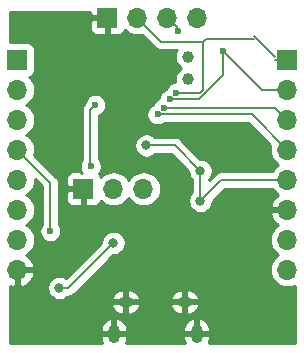
<source format=gbr>
%TF.GenerationSoftware,KiCad,Pcbnew,5.1.2*%
%TF.CreationDate,2019-09-03T08:08:03+08:00*%
%TF.ProjectId,stm32l011d4p6,73746d33-326c-4303-9131-643470362e6b,rev?*%
%TF.SameCoordinates,Original*%
%TF.FileFunction,Copper,L2,Bot*%
%TF.FilePolarity,Positive*%
%FSLAX46Y46*%
G04 Gerber Fmt 4.6, Leading zero omitted, Abs format (unit mm)*
G04 Created by KiCad (PCBNEW 5.1.2) date 2019-09-03 08:08:03*
%MOMM*%
%LPD*%
G04 APERTURE LIST*
%ADD10C,1.000000*%
%ADD11O,1.700000X1.700000*%
%ADD12R,1.700000X1.700000*%
%ADD13O,1.000000X1.550000*%
%ADD14O,1.250000X0.950000*%
%ADD15C,0.800000*%
%ADD16C,0.600000*%
%ADD17C,0.200000*%
%ADD18C,0.160000*%
%ADD19C,0.254000*%
%ADD20C,0.350000*%
%ADD21C,0.300000*%
%ADD22O,0.500000X1.150000*%
%ADD23O,0.850000X0.550000*%
G04 APERTURE END LIST*
D10*
X157988000Y-67686000D03*
X157988000Y-65786000D03*
D11*
X166370000Y-83820000D03*
X166370000Y-81280000D03*
X166370000Y-78740000D03*
X166370000Y-76200000D03*
X166370000Y-73660000D03*
X166370000Y-71120000D03*
X166370000Y-68580000D03*
D12*
X166370000Y-66040000D03*
D11*
X158750000Y-62484000D03*
X156210000Y-62484000D03*
X153670000Y-62484000D03*
D12*
X151130000Y-62484000D03*
D11*
X143510000Y-83820000D03*
X143510000Y-81280000D03*
X143510000Y-78740000D03*
X143510000Y-76200000D03*
X143510000Y-73660000D03*
X143510000Y-71120000D03*
X143510000Y-68580000D03*
D12*
X143510000Y-66040000D03*
D11*
X154178000Y-76962000D03*
X151638000Y-76962000D03*
D12*
X149098000Y-76962000D03*
D13*
X158694000Y-89234000D03*
X151694000Y-89234000D03*
D14*
X157694000Y-86534000D03*
X152694000Y-86534000D03*
D15*
X151637998Y-81534000D03*
X159004000Y-75438000D03*
X159004000Y-77978000D03*
X154432000Y-73279000D03*
X147066000Y-85344000D03*
X162814000Y-84836000D03*
D16*
X146304000Y-80540000D03*
X149733000Y-75057000D03*
X150114000Y-69850000D03*
X160964000Y-65300000D03*
X156441669Y-69364331D03*
X157098998Y-63627000D03*
X156972000Y-68834000D03*
X155381800Y-70658492D03*
X155911669Y-70104000D03*
D17*
X159004000Y-75438000D02*
X159004000Y-77978000D01*
X159004000Y-75438000D02*
X156845000Y-73279000D01*
X156845000Y-73279000D02*
X154997685Y-73279000D01*
X154997685Y-73279000D02*
X154432000Y-73279000D01*
X160782000Y-76200000D02*
X166370000Y-76200000D01*
X159004000Y-77978000D02*
X160782000Y-76200000D01*
X147827998Y-85344000D02*
X147631685Y-85344000D01*
X151637998Y-81534000D02*
X147827998Y-85344000D01*
X147631685Y-85344000D02*
X147066000Y-85344000D01*
D18*
X146304000Y-76454000D02*
X143510000Y-73660000D01*
X146304000Y-80540000D02*
X146304000Y-76454000D01*
X149814001Y-70149999D02*
X150114000Y-69850000D01*
X149689342Y-70274658D02*
X149814001Y-70149999D01*
X149689342Y-75013342D02*
X149689342Y-70274658D01*
X164244000Y-68580000D02*
X166370000Y-68580000D01*
X160964000Y-65300000D02*
X164244000Y-68580000D01*
X160964000Y-67312420D02*
X160964000Y-65724264D01*
X160964000Y-65724264D02*
X160964000Y-65300000D01*
X158912089Y-69364331D02*
X160964000Y-67312420D01*
X156441669Y-69364331D02*
X158912089Y-69364331D01*
X156210000Y-62484000D02*
X157098998Y-63372998D01*
X157098998Y-63372998D02*
X157098998Y-63627000D01*
X159258000Y-68580000D02*
X159258000Y-64516000D01*
X156972000Y-68834000D02*
X159004000Y-68834000D01*
X159004000Y-68834000D02*
X159258000Y-68580000D01*
X165360000Y-66040000D02*
X166370000Y-66040000D01*
X163582000Y-64008000D02*
X165360000Y-65786000D01*
X159258000Y-64516000D02*
X159512000Y-64262000D01*
X159512000Y-64262000D02*
X163582000Y-64262000D01*
X155702000Y-64516000D02*
X159258000Y-64516000D01*
X153670000Y-62484000D02*
X155702000Y-64516000D01*
X163368492Y-70658492D02*
X166370000Y-73660000D01*
X155381800Y-70658492D02*
X163368492Y-70658492D01*
X165354000Y-70104000D02*
X166370000Y-71120000D01*
X155911669Y-70104000D02*
X165354000Y-70104000D01*
D19*
G36*
X149645000Y-62198250D02*
G01*
X149803750Y-62357000D01*
X151003000Y-62357000D01*
X151003000Y-62337000D01*
X151257000Y-62337000D01*
X151257000Y-62357000D01*
X151277000Y-62357000D01*
X151277000Y-62611000D01*
X151257000Y-62611000D01*
X151257000Y-63810250D01*
X151415750Y-63969000D01*
X151980000Y-63972072D01*
X152104482Y-63959812D01*
X152224180Y-63923502D01*
X152334494Y-63864537D01*
X152431185Y-63785185D01*
X152510537Y-63688494D01*
X152569502Y-63578180D01*
X152590393Y-63509313D01*
X152614866Y-63539134D01*
X152840986Y-63724706D01*
X153098966Y-63862599D01*
X153378889Y-63947513D01*
X153597050Y-63969000D01*
X153742950Y-63969000D01*
X153961111Y-63947513D01*
X154084824Y-63909985D01*
X155171584Y-64996746D01*
X155193973Y-65024027D01*
X155302846Y-65113377D01*
X155427058Y-65179770D01*
X155561836Y-65220654D01*
X155666880Y-65231000D01*
X155666890Y-65231000D01*
X155702000Y-65234458D01*
X155737110Y-65231000D01*
X156993786Y-65231000D01*
X156982176Y-65248376D01*
X156896617Y-65454933D01*
X156853000Y-65674212D01*
X156853000Y-65897788D01*
X156896617Y-66117067D01*
X156982176Y-66323624D01*
X157106388Y-66509520D01*
X157264480Y-66667612D01*
X157366830Y-66736000D01*
X157264480Y-66804388D01*
X157106388Y-66962480D01*
X156982176Y-67148376D01*
X156896617Y-67354933D01*
X156853000Y-67574212D01*
X156853000Y-67797788D01*
X156873390Y-67900297D01*
X156699271Y-67934932D01*
X156529111Y-68005414D01*
X156375972Y-68107738D01*
X156245738Y-68237972D01*
X156143414Y-68391111D01*
X156101052Y-68493383D01*
X155998780Y-68535745D01*
X155845641Y-68638069D01*
X155715407Y-68768303D01*
X155613083Y-68921442D01*
X155542601Y-69091602D01*
X155509383Y-69258596D01*
X155468780Y-69275414D01*
X155315641Y-69377738D01*
X155185407Y-69507972D01*
X155083083Y-69661111D01*
X155028545Y-69792779D01*
X154938911Y-69829906D01*
X154785772Y-69932230D01*
X154655538Y-70062464D01*
X154553214Y-70215603D01*
X154482732Y-70385763D01*
X154446800Y-70566403D01*
X154446800Y-70750581D01*
X154482732Y-70931221D01*
X154553214Y-71101381D01*
X154655538Y-71254520D01*
X154785772Y-71384754D01*
X154938911Y-71487078D01*
X155109071Y-71557560D01*
X155289711Y-71593492D01*
X155473889Y-71593492D01*
X155654529Y-71557560D01*
X155824689Y-71487078D01*
X155977828Y-71384754D01*
X155989090Y-71373492D01*
X163072331Y-71373492D01*
X164944015Y-73245177D01*
X164906487Y-73368889D01*
X164877815Y-73660000D01*
X164906487Y-73951111D01*
X164991401Y-74231034D01*
X165129294Y-74489014D01*
X165314866Y-74715134D01*
X165540986Y-74900706D01*
X165595791Y-74930000D01*
X165540986Y-74959294D01*
X165314866Y-75144866D01*
X165129294Y-75370986D01*
X165079043Y-75465000D01*
X160818105Y-75465000D01*
X160782000Y-75461444D01*
X160637915Y-75475635D01*
X160499366Y-75517663D01*
X160457691Y-75539939D01*
X160371680Y-75585913D01*
X160259762Y-75677762D01*
X160236746Y-75705807D01*
X159739000Y-76203553D01*
X159739000Y-76166711D01*
X159807937Y-76097774D01*
X159921205Y-75928256D01*
X159999226Y-75739898D01*
X160039000Y-75539939D01*
X160039000Y-75336061D01*
X159999226Y-75136102D01*
X159921205Y-74947744D01*
X159807937Y-74778226D01*
X159663774Y-74634063D01*
X159494256Y-74520795D01*
X159305898Y-74442774D01*
X159105939Y-74403000D01*
X159008447Y-74403000D01*
X157390258Y-72784812D01*
X157367238Y-72756762D01*
X157255320Y-72664913D01*
X157127633Y-72596663D01*
X156989085Y-72554635D01*
X156881105Y-72544000D01*
X156845000Y-72540444D01*
X156808895Y-72544000D01*
X155160711Y-72544000D01*
X155091774Y-72475063D01*
X154922256Y-72361795D01*
X154733898Y-72283774D01*
X154533939Y-72244000D01*
X154330061Y-72244000D01*
X154130102Y-72283774D01*
X153941744Y-72361795D01*
X153772226Y-72475063D01*
X153628063Y-72619226D01*
X153514795Y-72788744D01*
X153436774Y-72977102D01*
X153397000Y-73177061D01*
X153397000Y-73380939D01*
X153436774Y-73580898D01*
X153514795Y-73769256D01*
X153628063Y-73938774D01*
X153772226Y-74082937D01*
X153941744Y-74196205D01*
X154130102Y-74274226D01*
X154330061Y-74314000D01*
X154533939Y-74314000D01*
X154733898Y-74274226D01*
X154922256Y-74196205D01*
X155091774Y-74082937D01*
X155160711Y-74014000D01*
X156540554Y-74014000D01*
X157969000Y-75442447D01*
X157969000Y-75539939D01*
X158008774Y-75739898D01*
X158086795Y-75928256D01*
X158200063Y-76097774D01*
X158269000Y-76166711D01*
X158269001Y-77249288D01*
X158200063Y-77318226D01*
X158086795Y-77487744D01*
X158008774Y-77676102D01*
X157969000Y-77876061D01*
X157969000Y-78079939D01*
X158008774Y-78279898D01*
X158086795Y-78468256D01*
X158200063Y-78637774D01*
X158344226Y-78781937D01*
X158513744Y-78895205D01*
X158702102Y-78973226D01*
X158902061Y-79013000D01*
X159105939Y-79013000D01*
X159305898Y-78973226D01*
X159494256Y-78895205D01*
X159663774Y-78781937D01*
X159807937Y-78637774D01*
X159921205Y-78468256D01*
X159999226Y-78279898D01*
X160039000Y-78079939D01*
X160039000Y-77982446D01*
X161086447Y-76935000D01*
X165079043Y-76935000D01*
X165129294Y-77029014D01*
X165314866Y-77255134D01*
X165540986Y-77440706D01*
X165605523Y-77475201D01*
X165488645Y-77544822D01*
X165272412Y-77739731D01*
X165098359Y-77973080D01*
X164973175Y-78235901D01*
X164928524Y-78383110D01*
X165049845Y-78613000D01*
X166243000Y-78613000D01*
X166243000Y-78593000D01*
X166497000Y-78593000D01*
X166497000Y-78613000D01*
X166517000Y-78613000D01*
X166517000Y-78867000D01*
X166497000Y-78867000D01*
X166497000Y-78887000D01*
X166243000Y-78887000D01*
X166243000Y-78867000D01*
X165049845Y-78867000D01*
X164928524Y-79096890D01*
X164973175Y-79244099D01*
X165098359Y-79506920D01*
X165272412Y-79740269D01*
X165488645Y-79935178D01*
X165605523Y-80004799D01*
X165540986Y-80039294D01*
X165314866Y-80224866D01*
X165129294Y-80450986D01*
X164991401Y-80708966D01*
X164906487Y-80988889D01*
X164877815Y-81280000D01*
X164906487Y-81571111D01*
X164991401Y-81851034D01*
X165129294Y-82109014D01*
X165314866Y-82335134D01*
X165540986Y-82520706D01*
X165595791Y-82550000D01*
X165540986Y-82579294D01*
X165314866Y-82764866D01*
X165129294Y-82990986D01*
X164991401Y-83248966D01*
X164906487Y-83528889D01*
X164877815Y-83820000D01*
X164906487Y-84111111D01*
X164991401Y-84391034D01*
X165129294Y-84649014D01*
X165314866Y-84875134D01*
X165540986Y-85060706D01*
X165798966Y-85198599D01*
X166078889Y-85283513D01*
X166297050Y-85305000D01*
X166442950Y-85305000D01*
X166661111Y-85283513D01*
X166941034Y-85198599D01*
X166980001Y-85177771D01*
X166980001Y-90018000D01*
X159712347Y-90018000D01*
X159782415Y-89854987D01*
X159829000Y-89636000D01*
X159829000Y-89361000D01*
X158821000Y-89361000D01*
X158821000Y-89381000D01*
X158567000Y-89381000D01*
X158567000Y-89361000D01*
X157559000Y-89361000D01*
X157559000Y-89636000D01*
X157605585Y-89854987D01*
X157675653Y-90018000D01*
X152712347Y-90018000D01*
X152782415Y-89854987D01*
X152829000Y-89636000D01*
X152829000Y-89361000D01*
X151821000Y-89361000D01*
X151821000Y-89381000D01*
X151567000Y-89381000D01*
X151567000Y-89361000D01*
X150559000Y-89361000D01*
X150559000Y-89636000D01*
X150605585Y-89854987D01*
X150675653Y-90018000D01*
X142900000Y-90018000D01*
X142900000Y-88832000D01*
X150559000Y-88832000D01*
X150559000Y-89107000D01*
X151567000Y-89107000D01*
X151567000Y-87991046D01*
X151821000Y-87991046D01*
X151821000Y-89107000D01*
X152829000Y-89107000D01*
X152829000Y-88832000D01*
X157559000Y-88832000D01*
X157559000Y-89107000D01*
X158567000Y-89107000D01*
X158567000Y-87991046D01*
X158821000Y-87991046D01*
X158821000Y-89107000D01*
X159829000Y-89107000D01*
X159829000Y-88832000D01*
X159782415Y-88613013D01*
X159694003Y-88407322D01*
X159567161Y-88222831D01*
X159406764Y-88066631D01*
X159218976Y-87944724D01*
X158995874Y-87864881D01*
X158821000Y-87991046D01*
X158567000Y-87991046D01*
X158392126Y-87864881D01*
X158169024Y-87944724D01*
X157981236Y-88066631D01*
X157820839Y-88222831D01*
X157693997Y-88407322D01*
X157605585Y-88613013D01*
X157559000Y-88832000D01*
X152829000Y-88832000D01*
X152782415Y-88613013D01*
X152694003Y-88407322D01*
X152567161Y-88222831D01*
X152406764Y-88066631D01*
X152218976Y-87944724D01*
X151995874Y-87864881D01*
X151821000Y-87991046D01*
X151567000Y-87991046D01*
X151392126Y-87864881D01*
X151169024Y-87944724D01*
X150981236Y-88066631D01*
X150820839Y-88222831D01*
X150693997Y-88407322D01*
X150605585Y-88613013D01*
X150559000Y-88832000D01*
X142900000Y-88832000D01*
X142900000Y-86831938D01*
X151474732Y-86831938D01*
X151544397Y-87020150D01*
X151658447Y-87205822D01*
X151806529Y-87365676D01*
X151982951Y-87493569D01*
X152180934Y-87584586D01*
X152392869Y-87635230D01*
X152567000Y-87486564D01*
X152567000Y-86661000D01*
X152821000Y-86661000D01*
X152821000Y-87486564D01*
X152995131Y-87635230D01*
X153207066Y-87584586D01*
X153405049Y-87493569D01*
X153581471Y-87365676D01*
X153729553Y-87205822D01*
X153843603Y-87020150D01*
X153913268Y-86831938D01*
X156474732Y-86831938D01*
X156544397Y-87020150D01*
X156658447Y-87205822D01*
X156806529Y-87365676D01*
X156982951Y-87493569D01*
X157180934Y-87584586D01*
X157392869Y-87635230D01*
X157567000Y-87486564D01*
X157567000Y-86661000D01*
X157821000Y-86661000D01*
X157821000Y-87486564D01*
X157995131Y-87635230D01*
X158207066Y-87584586D01*
X158405049Y-87493569D01*
X158581471Y-87365676D01*
X158729553Y-87205822D01*
X158843603Y-87020150D01*
X158913268Y-86831938D01*
X158786734Y-86661000D01*
X157821000Y-86661000D01*
X157567000Y-86661000D01*
X156601266Y-86661000D01*
X156474732Y-86831938D01*
X153913268Y-86831938D01*
X153786734Y-86661000D01*
X152821000Y-86661000D01*
X152567000Y-86661000D01*
X151601266Y-86661000D01*
X151474732Y-86831938D01*
X142900000Y-86831938D01*
X142900000Y-85171696D01*
X143153109Y-85261481D01*
X143383000Y-85140814D01*
X143383000Y-83947000D01*
X143637000Y-83947000D01*
X143637000Y-85140814D01*
X143866891Y-85261481D01*
X143921636Y-85242061D01*
X146031000Y-85242061D01*
X146031000Y-85445939D01*
X146070774Y-85645898D01*
X146148795Y-85834256D01*
X146262063Y-86003774D01*
X146406226Y-86147937D01*
X146575744Y-86261205D01*
X146764102Y-86339226D01*
X146964061Y-86379000D01*
X147167939Y-86379000D01*
X147367898Y-86339226D01*
X147556256Y-86261205D01*
X147593885Y-86236062D01*
X151474732Y-86236062D01*
X151601266Y-86407000D01*
X152567000Y-86407000D01*
X152567000Y-85581436D01*
X152821000Y-85581436D01*
X152821000Y-86407000D01*
X153786734Y-86407000D01*
X153913268Y-86236062D01*
X156474732Y-86236062D01*
X156601266Y-86407000D01*
X157567000Y-86407000D01*
X157567000Y-85581436D01*
X157821000Y-85581436D01*
X157821000Y-86407000D01*
X158786734Y-86407000D01*
X158913268Y-86236062D01*
X158843603Y-86047850D01*
X158729553Y-85862178D01*
X158581471Y-85702324D01*
X158405049Y-85574431D01*
X158207066Y-85483414D01*
X157995131Y-85432770D01*
X157821000Y-85581436D01*
X157567000Y-85581436D01*
X157392869Y-85432770D01*
X157180934Y-85483414D01*
X156982951Y-85574431D01*
X156806529Y-85702324D01*
X156658447Y-85862178D01*
X156544397Y-86047850D01*
X156474732Y-86236062D01*
X153913268Y-86236062D01*
X153843603Y-86047850D01*
X153729553Y-85862178D01*
X153581471Y-85702324D01*
X153405049Y-85574431D01*
X153207066Y-85483414D01*
X152995131Y-85432770D01*
X152821000Y-85581436D01*
X152567000Y-85581436D01*
X152392869Y-85432770D01*
X152180934Y-85483414D01*
X151982951Y-85574431D01*
X151806529Y-85702324D01*
X151658447Y-85862178D01*
X151544397Y-86047850D01*
X151474732Y-86236062D01*
X147593885Y-86236062D01*
X147725774Y-86147937D01*
X147794458Y-86079253D01*
X147827998Y-86082556D01*
X147864103Y-86079000D01*
X147972083Y-86068365D01*
X148110631Y-86026337D01*
X148238318Y-85958087D01*
X148350236Y-85866238D01*
X148373257Y-85838187D01*
X151642445Y-82569000D01*
X151739937Y-82569000D01*
X151939896Y-82529226D01*
X152128254Y-82451205D01*
X152297772Y-82337937D01*
X152441935Y-82193774D01*
X152555203Y-82024256D01*
X152633224Y-81835898D01*
X152672998Y-81635939D01*
X152672998Y-81432061D01*
X152633224Y-81232102D01*
X152555203Y-81043744D01*
X152441935Y-80874226D01*
X152297772Y-80730063D01*
X152128254Y-80616795D01*
X151939896Y-80538774D01*
X151739937Y-80499000D01*
X151536059Y-80499000D01*
X151336100Y-80538774D01*
X151147742Y-80616795D01*
X150978224Y-80730063D01*
X150834061Y-80874226D01*
X150720793Y-81043744D01*
X150642772Y-81232102D01*
X150602998Y-81432061D01*
X150602998Y-81529553D01*
X147645875Y-84486677D01*
X147556256Y-84426795D01*
X147367898Y-84348774D01*
X147167939Y-84309000D01*
X146964061Y-84309000D01*
X146764102Y-84348774D01*
X146575744Y-84426795D01*
X146406226Y-84540063D01*
X146262063Y-84684226D01*
X146148795Y-84853744D01*
X146070774Y-85042102D01*
X146031000Y-85242061D01*
X143921636Y-85242061D01*
X144141252Y-85164157D01*
X144391355Y-85015178D01*
X144607588Y-84820269D01*
X144781641Y-84586920D01*
X144906825Y-84324099D01*
X144951476Y-84176890D01*
X144830155Y-83947000D01*
X143637000Y-83947000D01*
X143383000Y-83947000D01*
X143363000Y-83947000D01*
X143363000Y-83693000D01*
X143383000Y-83693000D01*
X143383000Y-83673000D01*
X143637000Y-83673000D01*
X143637000Y-83693000D01*
X144830155Y-83693000D01*
X144951476Y-83463110D01*
X144906825Y-83315901D01*
X144781641Y-83053080D01*
X144607588Y-82819731D01*
X144391355Y-82624822D01*
X144274477Y-82555201D01*
X144339014Y-82520706D01*
X144565134Y-82335134D01*
X144750706Y-82109014D01*
X144888599Y-81851034D01*
X144973513Y-81571111D01*
X145002185Y-81280000D01*
X144973513Y-80988889D01*
X144888599Y-80708966D01*
X144750706Y-80450986D01*
X144565134Y-80224866D01*
X144339014Y-80039294D01*
X144284209Y-80010000D01*
X144339014Y-79980706D01*
X144565134Y-79795134D01*
X144750706Y-79569014D01*
X144888599Y-79311034D01*
X144973513Y-79031111D01*
X145002185Y-78740000D01*
X144973513Y-78448889D01*
X144888599Y-78168966D01*
X144750706Y-77910986D01*
X144565134Y-77684866D01*
X144339014Y-77499294D01*
X144284209Y-77470000D01*
X144339014Y-77440706D01*
X144565134Y-77255134D01*
X144750706Y-77029014D01*
X144888599Y-76771034D01*
X144973513Y-76491111D01*
X145002185Y-76200000D01*
X144998181Y-76159343D01*
X145589001Y-76750164D01*
X145589000Y-79932710D01*
X145577738Y-79943972D01*
X145475414Y-80097111D01*
X145404932Y-80267271D01*
X145369000Y-80447911D01*
X145369000Y-80632089D01*
X145404932Y-80812729D01*
X145475414Y-80982889D01*
X145577738Y-81136028D01*
X145707972Y-81266262D01*
X145861111Y-81368586D01*
X146031271Y-81439068D01*
X146211911Y-81475000D01*
X146396089Y-81475000D01*
X146576729Y-81439068D01*
X146746889Y-81368586D01*
X146900028Y-81266262D01*
X147030262Y-81136028D01*
X147132586Y-80982889D01*
X147203068Y-80812729D01*
X147239000Y-80632089D01*
X147239000Y-80447911D01*
X147203068Y-80267271D01*
X147132586Y-80097111D01*
X147030262Y-79943972D01*
X147019000Y-79932710D01*
X147019000Y-77812000D01*
X147609928Y-77812000D01*
X147622188Y-77936482D01*
X147658498Y-78056180D01*
X147717463Y-78166494D01*
X147796815Y-78263185D01*
X147893506Y-78342537D01*
X148003820Y-78401502D01*
X148123518Y-78437812D01*
X148248000Y-78450072D01*
X148812250Y-78447000D01*
X148971000Y-78288250D01*
X148971000Y-77089000D01*
X147771750Y-77089000D01*
X147613000Y-77247750D01*
X147609928Y-77812000D01*
X147019000Y-77812000D01*
X147019000Y-76489112D01*
X147022458Y-76454000D01*
X147019000Y-76418888D01*
X147019000Y-76418880D01*
X147008654Y-76313836D01*
X146967770Y-76179058D01*
X146931927Y-76112000D01*
X147609928Y-76112000D01*
X147613000Y-76676250D01*
X147771750Y-76835000D01*
X148971000Y-76835000D01*
X148971000Y-76815000D01*
X149225000Y-76815000D01*
X149225000Y-76835000D01*
X149245000Y-76835000D01*
X149245000Y-77089000D01*
X149225000Y-77089000D01*
X149225000Y-78288250D01*
X149383750Y-78447000D01*
X149948000Y-78450072D01*
X150072482Y-78437812D01*
X150192180Y-78401502D01*
X150302494Y-78342537D01*
X150399185Y-78263185D01*
X150478537Y-78166494D01*
X150537502Y-78056180D01*
X150558393Y-77987313D01*
X150582866Y-78017134D01*
X150808986Y-78202706D01*
X151066966Y-78340599D01*
X151346889Y-78425513D01*
X151565050Y-78447000D01*
X151710950Y-78447000D01*
X151929111Y-78425513D01*
X152209034Y-78340599D01*
X152467014Y-78202706D01*
X152693134Y-78017134D01*
X152878706Y-77791014D01*
X152908000Y-77736209D01*
X152937294Y-77791014D01*
X153122866Y-78017134D01*
X153348986Y-78202706D01*
X153606966Y-78340599D01*
X153886889Y-78425513D01*
X154105050Y-78447000D01*
X154250950Y-78447000D01*
X154469111Y-78425513D01*
X154749034Y-78340599D01*
X155007014Y-78202706D01*
X155233134Y-78017134D01*
X155418706Y-77791014D01*
X155556599Y-77533034D01*
X155641513Y-77253111D01*
X155670185Y-76962000D01*
X155641513Y-76670889D01*
X155556599Y-76390966D01*
X155418706Y-76132986D01*
X155233134Y-75906866D01*
X155007014Y-75721294D01*
X154749034Y-75583401D01*
X154469111Y-75498487D01*
X154250950Y-75477000D01*
X154105050Y-75477000D01*
X153886889Y-75498487D01*
X153606966Y-75583401D01*
X153348986Y-75721294D01*
X153122866Y-75906866D01*
X152937294Y-76132986D01*
X152908000Y-76187791D01*
X152878706Y-76132986D01*
X152693134Y-75906866D01*
X152467014Y-75721294D01*
X152209034Y-75583401D01*
X151929111Y-75498487D01*
X151710950Y-75477000D01*
X151565050Y-75477000D01*
X151346889Y-75498487D01*
X151066966Y-75583401D01*
X150808986Y-75721294D01*
X150582866Y-75906866D01*
X150558393Y-75936687D01*
X150537502Y-75867820D01*
X150478537Y-75757506D01*
X150422755Y-75689535D01*
X150459262Y-75653028D01*
X150561586Y-75499889D01*
X150632068Y-75329729D01*
X150668000Y-75149089D01*
X150668000Y-74964911D01*
X150632068Y-74784271D01*
X150561586Y-74614111D01*
X150459262Y-74460972D01*
X150404342Y-74406052D01*
X150404342Y-70741773D01*
X150556889Y-70678586D01*
X150710028Y-70576262D01*
X150840262Y-70446028D01*
X150942586Y-70292889D01*
X151013068Y-70122729D01*
X151049000Y-69942089D01*
X151049000Y-69757911D01*
X151013068Y-69577271D01*
X150942586Y-69407111D01*
X150840262Y-69253972D01*
X150710028Y-69123738D01*
X150556889Y-69021414D01*
X150386729Y-68950932D01*
X150206089Y-68915000D01*
X150021911Y-68915000D01*
X149841271Y-68950932D01*
X149671111Y-69021414D01*
X149517972Y-69123738D01*
X149387738Y-69253972D01*
X149285414Y-69407111D01*
X149214932Y-69577271D01*
X149179000Y-69757911D01*
X149179000Y-69769453D01*
X149128267Y-69831271D01*
X149091966Y-69875504D01*
X149025573Y-69999716D01*
X148984689Y-70134494D01*
X148970884Y-70274658D01*
X148974343Y-70309778D01*
X148974342Y-74509456D01*
X148904414Y-74614111D01*
X148833932Y-74784271D01*
X148798000Y-74964911D01*
X148798000Y-75149089D01*
X148833932Y-75329729D01*
X148904414Y-75499889D01*
X148970998Y-75599539D01*
X148970998Y-75635748D01*
X148812250Y-75477000D01*
X148248000Y-75473928D01*
X148123518Y-75486188D01*
X148003820Y-75522498D01*
X147893506Y-75581463D01*
X147796815Y-75660815D01*
X147717463Y-75757506D01*
X147658498Y-75867820D01*
X147622188Y-75987518D01*
X147609928Y-76112000D01*
X146931927Y-76112000D01*
X146901377Y-76054846D01*
X146886785Y-76037066D01*
X146834415Y-75973252D01*
X146834411Y-75973248D01*
X146812027Y-75945973D01*
X146784751Y-75923588D01*
X144935985Y-74074823D01*
X144973513Y-73951111D01*
X145002185Y-73660000D01*
X144973513Y-73368889D01*
X144888599Y-73088966D01*
X144750706Y-72830986D01*
X144565134Y-72604866D01*
X144339014Y-72419294D01*
X144284209Y-72390000D01*
X144339014Y-72360706D01*
X144565134Y-72175134D01*
X144750706Y-71949014D01*
X144888599Y-71691034D01*
X144973513Y-71411111D01*
X145002185Y-71120000D01*
X144973513Y-70828889D01*
X144888599Y-70548966D01*
X144750706Y-70290986D01*
X144565134Y-70064866D01*
X144339014Y-69879294D01*
X144284209Y-69850000D01*
X144339014Y-69820706D01*
X144565134Y-69635134D01*
X144750706Y-69409014D01*
X144888599Y-69151034D01*
X144973513Y-68871111D01*
X145002185Y-68580000D01*
X144973513Y-68288889D01*
X144888599Y-68008966D01*
X144750706Y-67750986D01*
X144565134Y-67524866D01*
X144535313Y-67500393D01*
X144604180Y-67479502D01*
X144714494Y-67420537D01*
X144811185Y-67341185D01*
X144890537Y-67244494D01*
X144949502Y-67134180D01*
X144985812Y-67014482D01*
X144998072Y-66890000D01*
X144998072Y-65190000D01*
X144985812Y-65065518D01*
X144949502Y-64945820D01*
X144890537Y-64835506D01*
X144811185Y-64738815D01*
X144714494Y-64659463D01*
X144604180Y-64600498D01*
X144484482Y-64564188D01*
X144360000Y-64551928D01*
X142900000Y-64551928D01*
X142900000Y-63334000D01*
X149641928Y-63334000D01*
X149654188Y-63458482D01*
X149690498Y-63578180D01*
X149749463Y-63688494D01*
X149828815Y-63785185D01*
X149925506Y-63864537D01*
X150035820Y-63923502D01*
X150155518Y-63959812D01*
X150280000Y-63972072D01*
X150844250Y-63969000D01*
X151003000Y-63810250D01*
X151003000Y-62611000D01*
X149803750Y-62611000D01*
X149645000Y-62769750D01*
X149641928Y-63334000D01*
X142900000Y-63334000D01*
X142900000Y-62001000D01*
X149643926Y-62001000D01*
X149645000Y-62198250D01*
X149645000Y-62198250D01*
G37*
X149645000Y-62198250D02*
X149803750Y-62357000D01*
X151003000Y-62357000D01*
X151003000Y-62337000D01*
X151257000Y-62337000D01*
X151257000Y-62357000D01*
X151277000Y-62357000D01*
X151277000Y-62611000D01*
X151257000Y-62611000D01*
X151257000Y-63810250D01*
X151415750Y-63969000D01*
X151980000Y-63972072D01*
X152104482Y-63959812D01*
X152224180Y-63923502D01*
X152334494Y-63864537D01*
X152431185Y-63785185D01*
X152510537Y-63688494D01*
X152569502Y-63578180D01*
X152590393Y-63509313D01*
X152614866Y-63539134D01*
X152840986Y-63724706D01*
X153098966Y-63862599D01*
X153378889Y-63947513D01*
X153597050Y-63969000D01*
X153742950Y-63969000D01*
X153961111Y-63947513D01*
X154084824Y-63909985D01*
X155171584Y-64996746D01*
X155193973Y-65024027D01*
X155302846Y-65113377D01*
X155427058Y-65179770D01*
X155561836Y-65220654D01*
X155666880Y-65231000D01*
X155666890Y-65231000D01*
X155702000Y-65234458D01*
X155737110Y-65231000D01*
X156993786Y-65231000D01*
X156982176Y-65248376D01*
X156896617Y-65454933D01*
X156853000Y-65674212D01*
X156853000Y-65897788D01*
X156896617Y-66117067D01*
X156982176Y-66323624D01*
X157106388Y-66509520D01*
X157264480Y-66667612D01*
X157366830Y-66736000D01*
X157264480Y-66804388D01*
X157106388Y-66962480D01*
X156982176Y-67148376D01*
X156896617Y-67354933D01*
X156853000Y-67574212D01*
X156853000Y-67797788D01*
X156873390Y-67900297D01*
X156699271Y-67934932D01*
X156529111Y-68005414D01*
X156375972Y-68107738D01*
X156245738Y-68237972D01*
X156143414Y-68391111D01*
X156101052Y-68493383D01*
X155998780Y-68535745D01*
X155845641Y-68638069D01*
X155715407Y-68768303D01*
X155613083Y-68921442D01*
X155542601Y-69091602D01*
X155509383Y-69258596D01*
X155468780Y-69275414D01*
X155315641Y-69377738D01*
X155185407Y-69507972D01*
X155083083Y-69661111D01*
X155028545Y-69792779D01*
X154938911Y-69829906D01*
X154785772Y-69932230D01*
X154655538Y-70062464D01*
X154553214Y-70215603D01*
X154482732Y-70385763D01*
X154446800Y-70566403D01*
X154446800Y-70750581D01*
X154482732Y-70931221D01*
X154553214Y-71101381D01*
X154655538Y-71254520D01*
X154785772Y-71384754D01*
X154938911Y-71487078D01*
X155109071Y-71557560D01*
X155289711Y-71593492D01*
X155473889Y-71593492D01*
X155654529Y-71557560D01*
X155824689Y-71487078D01*
X155977828Y-71384754D01*
X155989090Y-71373492D01*
X163072331Y-71373492D01*
X164944015Y-73245177D01*
X164906487Y-73368889D01*
X164877815Y-73660000D01*
X164906487Y-73951111D01*
X164991401Y-74231034D01*
X165129294Y-74489014D01*
X165314866Y-74715134D01*
X165540986Y-74900706D01*
X165595791Y-74930000D01*
X165540986Y-74959294D01*
X165314866Y-75144866D01*
X165129294Y-75370986D01*
X165079043Y-75465000D01*
X160818105Y-75465000D01*
X160782000Y-75461444D01*
X160637915Y-75475635D01*
X160499366Y-75517663D01*
X160457691Y-75539939D01*
X160371680Y-75585913D01*
X160259762Y-75677762D01*
X160236746Y-75705807D01*
X159739000Y-76203553D01*
X159739000Y-76166711D01*
X159807937Y-76097774D01*
X159921205Y-75928256D01*
X159999226Y-75739898D01*
X160039000Y-75539939D01*
X160039000Y-75336061D01*
X159999226Y-75136102D01*
X159921205Y-74947744D01*
X159807937Y-74778226D01*
X159663774Y-74634063D01*
X159494256Y-74520795D01*
X159305898Y-74442774D01*
X159105939Y-74403000D01*
X159008447Y-74403000D01*
X157390258Y-72784812D01*
X157367238Y-72756762D01*
X157255320Y-72664913D01*
X157127633Y-72596663D01*
X156989085Y-72554635D01*
X156881105Y-72544000D01*
X156845000Y-72540444D01*
X156808895Y-72544000D01*
X155160711Y-72544000D01*
X155091774Y-72475063D01*
X154922256Y-72361795D01*
X154733898Y-72283774D01*
X154533939Y-72244000D01*
X154330061Y-72244000D01*
X154130102Y-72283774D01*
X153941744Y-72361795D01*
X153772226Y-72475063D01*
X153628063Y-72619226D01*
X153514795Y-72788744D01*
X153436774Y-72977102D01*
X153397000Y-73177061D01*
X153397000Y-73380939D01*
X153436774Y-73580898D01*
X153514795Y-73769256D01*
X153628063Y-73938774D01*
X153772226Y-74082937D01*
X153941744Y-74196205D01*
X154130102Y-74274226D01*
X154330061Y-74314000D01*
X154533939Y-74314000D01*
X154733898Y-74274226D01*
X154922256Y-74196205D01*
X155091774Y-74082937D01*
X155160711Y-74014000D01*
X156540554Y-74014000D01*
X157969000Y-75442447D01*
X157969000Y-75539939D01*
X158008774Y-75739898D01*
X158086795Y-75928256D01*
X158200063Y-76097774D01*
X158269000Y-76166711D01*
X158269001Y-77249288D01*
X158200063Y-77318226D01*
X158086795Y-77487744D01*
X158008774Y-77676102D01*
X157969000Y-77876061D01*
X157969000Y-78079939D01*
X158008774Y-78279898D01*
X158086795Y-78468256D01*
X158200063Y-78637774D01*
X158344226Y-78781937D01*
X158513744Y-78895205D01*
X158702102Y-78973226D01*
X158902061Y-79013000D01*
X159105939Y-79013000D01*
X159305898Y-78973226D01*
X159494256Y-78895205D01*
X159663774Y-78781937D01*
X159807937Y-78637774D01*
X159921205Y-78468256D01*
X159999226Y-78279898D01*
X160039000Y-78079939D01*
X160039000Y-77982446D01*
X161086447Y-76935000D01*
X165079043Y-76935000D01*
X165129294Y-77029014D01*
X165314866Y-77255134D01*
X165540986Y-77440706D01*
X165605523Y-77475201D01*
X165488645Y-77544822D01*
X165272412Y-77739731D01*
X165098359Y-77973080D01*
X164973175Y-78235901D01*
X164928524Y-78383110D01*
X165049845Y-78613000D01*
X166243000Y-78613000D01*
X166243000Y-78593000D01*
X166497000Y-78593000D01*
X166497000Y-78613000D01*
X166517000Y-78613000D01*
X166517000Y-78867000D01*
X166497000Y-78867000D01*
X166497000Y-78887000D01*
X166243000Y-78887000D01*
X166243000Y-78867000D01*
X165049845Y-78867000D01*
X164928524Y-79096890D01*
X164973175Y-79244099D01*
X165098359Y-79506920D01*
X165272412Y-79740269D01*
X165488645Y-79935178D01*
X165605523Y-80004799D01*
X165540986Y-80039294D01*
X165314866Y-80224866D01*
X165129294Y-80450986D01*
X164991401Y-80708966D01*
X164906487Y-80988889D01*
X164877815Y-81280000D01*
X164906487Y-81571111D01*
X164991401Y-81851034D01*
X165129294Y-82109014D01*
X165314866Y-82335134D01*
X165540986Y-82520706D01*
X165595791Y-82550000D01*
X165540986Y-82579294D01*
X165314866Y-82764866D01*
X165129294Y-82990986D01*
X164991401Y-83248966D01*
X164906487Y-83528889D01*
X164877815Y-83820000D01*
X164906487Y-84111111D01*
X164991401Y-84391034D01*
X165129294Y-84649014D01*
X165314866Y-84875134D01*
X165540986Y-85060706D01*
X165798966Y-85198599D01*
X166078889Y-85283513D01*
X166297050Y-85305000D01*
X166442950Y-85305000D01*
X166661111Y-85283513D01*
X166941034Y-85198599D01*
X166980001Y-85177771D01*
X166980001Y-90018000D01*
X159712347Y-90018000D01*
X159782415Y-89854987D01*
X159829000Y-89636000D01*
X159829000Y-89361000D01*
X158821000Y-89361000D01*
X158821000Y-89381000D01*
X158567000Y-89381000D01*
X158567000Y-89361000D01*
X157559000Y-89361000D01*
X157559000Y-89636000D01*
X157605585Y-89854987D01*
X157675653Y-90018000D01*
X152712347Y-90018000D01*
X152782415Y-89854987D01*
X152829000Y-89636000D01*
X152829000Y-89361000D01*
X151821000Y-89361000D01*
X151821000Y-89381000D01*
X151567000Y-89381000D01*
X151567000Y-89361000D01*
X150559000Y-89361000D01*
X150559000Y-89636000D01*
X150605585Y-89854987D01*
X150675653Y-90018000D01*
X142900000Y-90018000D01*
X142900000Y-88832000D01*
X150559000Y-88832000D01*
X150559000Y-89107000D01*
X151567000Y-89107000D01*
X151567000Y-87991046D01*
X151821000Y-87991046D01*
X151821000Y-89107000D01*
X152829000Y-89107000D01*
X152829000Y-88832000D01*
X157559000Y-88832000D01*
X157559000Y-89107000D01*
X158567000Y-89107000D01*
X158567000Y-87991046D01*
X158821000Y-87991046D01*
X158821000Y-89107000D01*
X159829000Y-89107000D01*
X159829000Y-88832000D01*
X159782415Y-88613013D01*
X159694003Y-88407322D01*
X159567161Y-88222831D01*
X159406764Y-88066631D01*
X159218976Y-87944724D01*
X158995874Y-87864881D01*
X158821000Y-87991046D01*
X158567000Y-87991046D01*
X158392126Y-87864881D01*
X158169024Y-87944724D01*
X157981236Y-88066631D01*
X157820839Y-88222831D01*
X157693997Y-88407322D01*
X157605585Y-88613013D01*
X157559000Y-88832000D01*
X152829000Y-88832000D01*
X152782415Y-88613013D01*
X152694003Y-88407322D01*
X152567161Y-88222831D01*
X152406764Y-88066631D01*
X152218976Y-87944724D01*
X151995874Y-87864881D01*
X151821000Y-87991046D01*
X151567000Y-87991046D01*
X151392126Y-87864881D01*
X151169024Y-87944724D01*
X150981236Y-88066631D01*
X150820839Y-88222831D01*
X150693997Y-88407322D01*
X150605585Y-88613013D01*
X150559000Y-88832000D01*
X142900000Y-88832000D01*
X142900000Y-86831938D01*
X151474732Y-86831938D01*
X151544397Y-87020150D01*
X151658447Y-87205822D01*
X151806529Y-87365676D01*
X151982951Y-87493569D01*
X152180934Y-87584586D01*
X152392869Y-87635230D01*
X152567000Y-87486564D01*
X152567000Y-86661000D01*
X152821000Y-86661000D01*
X152821000Y-87486564D01*
X152995131Y-87635230D01*
X153207066Y-87584586D01*
X153405049Y-87493569D01*
X153581471Y-87365676D01*
X153729553Y-87205822D01*
X153843603Y-87020150D01*
X153913268Y-86831938D01*
X156474732Y-86831938D01*
X156544397Y-87020150D01*
X156658447Y-87205822D01*
X156806529Y-87365676D01*
X156982951Y-87493569D01*
X157180934Y-87584586D01*
X157392869Y-87635230D01*
X157567000Y-87486564D01*
X157567000Y-86661000D01*
X157821000Y-86661000D01*
X157821000Y-87486564D01*
X157995131Y-87635230D01*
X158207066Y-87584586D01*
X158405049Y-87493569D01*
X158581471Y-87365676D01*
X158729553Y-87205822D01*
X158843603Y-87020150D01*
X158913268Y-86831938D01*
X158786734Y-86661000D01*
X157821000Y-86661000D01*
X157567000Y-86661000D01*
X156601266Y-86661000D01*
X156474732Y-86831938D01*
X153913268Y-86831938D01*
X153786734Y-86661000D01*
X152821000Y-86661000D01*
X152567000Y-86661000D01*
X151601266Y-86661000D01*
X151474732Y-86831938D01*
X142900000Y-86831938D01*
X142900000Y-85171696D01*
X143153109Y-85261481D01*
X143383000Y-85140814D01*
X143383000Y-83947000D01*
X143637000Y-83947000D01*
X143637000Y-85140814D01*
X143866891Y-85261481D01*
X143921636Y-85242061D01*
X146031000Y-85242061D01*
X146031000Y-85445939D01*
X146070774Y-85645898D01*
X146148795Y-85834256D01*
X146262063Y-86003774D01*
X146406226Y-86147937D01*
X146575744Y-86261205D01*
X146764102Y-86339226D01*
X146964061Y-86379000D01*
X147167939Y-86379000D01*
X147367898Y-86339226D01*
X147556256Y-86261205D01*
X147593885Y-86236062D01*
X151474732Y-86236062D01*
X151601266Y-86407000D01*
X152567000Y-86407000D01*
X152567000Y-85581436D01*
X152821000Y-85581436D01*
X152821000Y-86407000D01*
X153786734Y-86407000D01*
X153913268Y-86236062D01*
X156474732Y-86236062D01*
X156601266Y-86407000D01*
X157567000Y-86407000D01*
X157567000Y-85581436D01*
X157821000Y-85581436D01*
X157821000Y-86407000D01*
X158786734Y-86407000D01*
X158913268Y-86236062D01*
X158843603Y-86047850D01*
X158729553Y-85862178D01*
X158581471Y-85702324D01*
X158405049Y-85574431D01*
X158207066Y-85483414D01*
X157995131Y-85432770D01*
X157821000Y-85581436D01*
X157567000Y-85581436D01*
X157392869Y-85432770D01*
X157180934Y-85483414D01*
X156982951Y-85574431D01*
X156806529Y-85702324D01*
X156658447Y-85862178D01*
X156544397Y-86047850D01*
X156474732Y-86236062D01*
X153913268Y-86236062D01*
X153843603Y-86047850D01*
X153729553Y-85862178D01*
X153581471Y-85702324D01*
X153405049Y-85574431D01*
X153207066Y-85483414D01*
X152995131Y-85432770D01*
X152821000Y-85581436D01*
X152567000Y-85581436D01*
X152392869Y-85432770D01*
X152180934Y-85483414D01*
X151982951Y-85574431D01*
X151806529Y-85702324D01*
X151658447Y-85862178D01*
X151544397Y-86047850D01*
X151474732Y-86236062D01*
X147593885Y-86236062D01*
X147725774Y-86147937D01*
X147794458Y-86079253D01*
X147827998Y-86082556D01*
X147864103Y-86079000D01*
X147972083Y-86068365D01*
X148110631Y-86026337D01*
X148238318Y-85958087D01*
X148350236Y-85866238D01*
X148373257Y-85838187D01*
X151642445Y-82569000D01*
X151739937Y-82569000D01*
X151939896Y-82529226D01*
X152128254Y-82451205D01*
X152297772Y-82337937D01*
X152441935Y-82193774D01*
X152555203Y-82024256D01*
X152633224Y-81835898D01*
X152672998Y-81635939D01*
X152672998Y-81432061D01*
X152633224Y-81232102D01*
X152555203Y-81043744D01*
X152441935Y-80874226D01*
X152297772Y-80730063D01*
X152128254Y-80616795D01*
X151939896Y-80538774D01*
X151739937Y-80499000D01*
X151536059Y-80499000D01*
X151336100Y-80538774D01*
X151147742Y-80616795D01*
X150978224Y-80730063D01*
X150834061Y-80874226D01*
X150720793Y-81043744D01*
X150642772Y-81232102D01*
X150602998Y-81432061D01*
X150602998Y-81529553D01*
X147645875Y-84486677D01*
X147556256Y-84426795D01*
X147367898Y-84348774D01*
X147167939Y-84309000D01*
X146964061Y-84309000D01*
X146764102Y-84348774D01*
X146575744Y-84426795D01*
X146406226Y-84540063D01*
X146262063Y-84684226D01*
X146148795Y-84853744D01*
X146070774Y-85042102D01*
X146031000Y-85242061D01*
X143921636Y-85242061D01*
X144141252Y-85164157D01*
X144391355Y-85015178D01*
X144607588Y-84820269D01*
X144781641Y-84586920D01*
X144906825Y-84324099D01*
X144951476Y-84176890D01*
X144830155Y-83947000D01*
X143637000Y-83947000D01*
X143383000Y-83947000D01*
X143363000Y-83947000D01*
X143363000Y-83693000D01*
X143383000Y-83693000D01*
X143383000Y-83673000D01*
X143637000Y-83673000D01*
X143637000Y-83693000D01*
X144830155Y-83693000D01*
X144951476Y-83463110D01*
X144906825Y-83315901D01*
X144781641Y-83053080D01*
X144607588Y-82819731D01*
X144391355Y-82624822D01*
X144274477Y-82555201D01*
X144339014Y-82520706D01*
X144565134Y-82335134D01*
X144750706Y-82109014D01*
X144888599Y-81851034D01*
X144973513Y-81571111D01*
X145002185Y-81280000D01*
X144973513Y-80988889D01*
X144888599Y-80708966D01*
X144750706Y-80450986D01*
X144565134Y-80224866D01*
X144339014Y-80039294D01*
X144284209Y-80010000D01*
X144339014Y-79980706D01*
X144565134Y-79795134D01*
X144750706Y-79569014D01*
X144888599Y-79311034D01*
X144973513Y-79031111D01*
X145002185Y-78740000D01*
X144973513Y-78448889D01*
X144888599Y-78168966D01*
X144750706Y-77910986D01*
X144565134Y-77684866D01*
X144339014Y-77499294D01*
X144284209Y-77470000D01*
X144339014Y-77440706D01*
X144565134Y-77255134D01*
X144750706Y-77029014D01*
X144888599Y-76771034D01*
X144973513Y-76491111D01*
X145002185Y-76200000D01*
X144998181Y-76159343D01*
X145589001Y-76750164D01*
X145589000Y-79932710D01*
X145577738Y-79943972D01*
X145475414Y-80097111D01*
X145404932Y-80267271D01*
X145369000Y-80447911D01*
X145369000Y-80632089D01*
X145404932Y-80812729D01*
X145475414Y-80982889D01*
X145577738Y-81136028D01*
X145707972Y-81266262D01*
X145861111Y-81368586D01*
X146031271Y-81439068D01*
X146211911Y-81475000D01*
X146396089Y-81475000D01*
X146576729Y-81439068D01*
X146746889Y-81368586D01*
X146900028Y-81266262D01*
X147030262Y-81136028D01*
X147132586Y-80982889D01*
X147203068Y-80812729D01*
X147239000Y-80632089D01*
X147239000Y-80447911D01*
X147203068Y-80267271D01*
X147132586Y-80097111D01*
X147030262Y-79943972D01*
X147019000Y-79932710D01*
X147019000Y-77812000D01*
X147609928Y-77812000D01*
X147622188Y-77936482D01*
X147658498Y-78056180D01*
X147717463Y-78166494D01*
X147796815Y-78263185D01*
X147893506Y-78342537D01*
X148003820Y-78401502D01*
X148123518Y-78437812D01*
X148248000Y-78450072D01*
X148812250Y-78447000D01*
X148971000Y-78288250D01*
X148971000Y-77089000D01*
X147771750Y-77089000D01*
X147613000Y-77247750D01*
X147609928Y-77812000D01*
X147019000Y-77812000D01*
X147019000Y-76489112D01*
X147022458Y-76454000D01*
X147019000Y-76418888D01*
X147019000Y-76418880D01*
X147008654Y-76313836D01*
X146967770Y-76179058D01*
X146931927Y-76112000D01*
X147609928Y-76112000D01*
X147613000Y-76676250D01*
X147771750Y-76835000D01*
X148971000Y-76835000D01*
X148971000Y-76815000D01*
X149225000Y-76815000D01*
X149225000Y-76835000D01*
X149245000Y-76835000D01*
X149245000Y-77089000D01*
X149225000Y-77089000D01*
X149225000Y-78288250D01*
X149383750Y-78447000D01*
X149948000Y-78450072D01*
X150072482Y-78437812D01*
X150192180Y-78401502D01*
X150302494Y-78342537D01*
X150399185Y-78263185D01*
X150478537Y-78166494D01*
X150537502Y-78056180D01*
X150558393Y-77987313D01*
X150582866Y-78017134D01*
X150808986Y-78202706D01*
X151066966Y-78340599D01*
X151346889Y-78425513D01*
X151565050Y-78447000D01*
X151710950Y-78447000D01*
X151929111Y-78425513D01*
X152209034Y-78340599D01*
X152467014Y-78202706D01*
X152693134Y-78017134D01*
X152878706Y-77791014D01*
X152908000Y-77736209D01*
X152937294Y-77791014D01*
X153122866Y-78017134D01*
X153348986Y-78202706D01*
X153606966Y-78340599D01*
X153886889Y-78425513D01*
X154105050Y-78447000D01*
X154250950Y-78447000D01*
X154469111Y-78425513D01*
X154749034Y-78340599D01*
X155007014Y-78202706D01*
X155233134Y-78017134D01*
X155418706Y-77791014D01*
X155556599Y-77533034D01*
X155641513Y-77253111D01*
X155670185Y-76962000D01*
X155641513Y-76670889D01*
X155556599Y-76390966D01*
X155418706Y-76132986D01*
X155233134Y-75906866D01*
X155007014Y-75721294D01*
X154749034Y-75583401D01*
X154469111Y-75498487D01*
X154250950Y-75477000D01*
X154105050Y-75477000D01*
X153886889Y-75498487D01*
X153606966Y-75583401D01*
X153348986Y-75721294D01*
X153122866Y-75906866D01*
X152937294Y-76132986D01*
X152908000Y-76187791D01*
X152878706Y-76132986D01*
X152693134Y-75906866D01*
X152467014Y-75721294D01*
X152209034Y-75583401D01*
X151929111Y-75498487D01*
X151710950Y-75477000D01*
X151565050Y-75477000D01*
X151346889Y-75498487D01*
X151066966Y-75583401D01*
X150808986Y-75721294D01*
X150582866Y-75906866D01*
X150558393Y-75936687D01*
X150537502Y-75867820D01*
X150478537Y-75757506D01*
X150422755Y-75689535D01*
X150459262Y-75653028D01*
X150561586Y-75499889D01*
X150632068Y-75329729D01*
X150668000Y-75149089D01*
X150668000Y-74964911D01*
X150632068Y-74784271D01*
X150561586Y-74614111D01*
X150459262Y-74460972D01*
X150404342Y-74406052D01*
X150404342Y-70741773D01*
X150556889Y-70678586D01*
X150710028Y-70576262D01*
X150840262Y-70446028D01*
X150942586Y-70292889D01*
X151013068Y-70122729D01*
X151049000Y-69942089D01*
X151049000Y-69757911D01*
X151013068Y-69577271D01*
X150942586Y-69407111D01*
X150840262Y-69253972D01*
X150710028Y-69123738D01*
X150556889Y-69021414D01*
X150386729Y-68950932D01*
X150206089Y-68915000D01*
X150021911Y-68915000D01*
X149841271Y-68950932D01*
X149671111Y-69021414D01*
X149517972Y-69123738D01*
X149387738Y-69253972D01*
X149285414Y-69407111D01*
X149214932Y-69577271D01*
X149179000Y-69757911D01*
X149179000Y-69769453D01*
X149128267Y-69831271D01*
X149091966Y-69875504D01*
X149025573Y-69999716D01*
X148984689Y-70134494D01*
X148970884Y-70274658D01*
X148974343Y-70309778D01*
X148974342Y-74509456D01*
X148904414Y-74614111D01*
X148833932Y-74784271D01*
X148798000Y-74964911D01*
X148798000Y-75149089D01*
X148833932Y-75329729D01*
X148904414Y-75499889D01*
X148970998Y-75599539D01*
X148970998Y-75635748D01*
X148812250Y-75477000D01*
X148248000Y-75473928D01*
X148123518Y-75486188D01*
X148003820Y-75522498D01*
X147893506Y-75581463D01*
X147796815Y-75660815D01*
X147717463Y-75757506D01*
X147658498Y-75867820D01*
X147622188Y-75987518D01*
X147609928Y-76112000D01*
X146931927Y-76112000D01*
X146901377Y-76054846D01*
X146886785Y-76037066D01*
X146834415Y-75973252D01*
X146834411Y-75973248D01*
X146812027Y-75945973D01*
X146784751Y-75923588D01*
X144935985Y-74074823D01*
X144973513Y-73951111D01*
X145002185Y-73660000D01*
X144973513Y-73368889D01*
X144888599Y-73088966D01*
X144750706Y-72830986D01*
X144565134Y-72604866D01*
X144339014Y-72419294D01*
X144284209Y-72390000D01*
X144339014Y-72360706D01*
X144565134Y-72175134D01*
X144750706Y-71949014D01*
X144888599Y-71691034D01*
X144973513Y-71411111D01*
X145002185Y-71120000D01*
X144973513Y-70828889D01*
X144888599Y-70548966D01*
X144750706Y-70290986D01*
X144565134Y-70064866D01*
X144339014Y-69879294D01*
X144284209Y-69850000D01*
X144339014Y-69820706D01*
X144565134Y-69635134D01*
X144750706Y-69409014D01*
X144888599Y-69151034D01*
X144973513Y-68871111D01*
X145002185Y-68580000D01*
X144973513Y-68288889D01*
X144888599Y-68008966D01*
X144750706Y-67750986D01*
X144565134Y-67524866D01*
X144535313Y-67500393D01*
X144604180Y-67479502D01*
X144714494Y-67420537D01*
X144811185Y-67341185D01*
X144890537Y-67244494D01*
X144949502Y-67134180D01*
X144985812Y-67014482D01*
X144998072Y-66890000D01*
X144998072Y-65190000D01*
X144985812Y-65065518D01*
X144949502Y-64945820D01*
X144890537Y-64835506D01*
X144811185Y-64738815D01*
X144714494Y-64659463D01*
X144604180Y-64600498D01*
X144484482Y-64564188D01*
X144360000Y-64551928D01*
X142900000Y-64551928D01*
X142900000Y-63334000D01*
X149641928Y-63334000D01*
X149654188Y-63458482D01*
X149690498Y-63578180D01*
X149749463Y-63688494D01*
X149828815Y-63785185D01*
X149925506Y-63864537D01*
X150035820Y-63923502D01*
X150155518Y-63959812D01*
X150280000Y-63972072D01*
X150844250Y-63969000D01*
X151003000Y-63810250D01*
X151003000Y-62611000D01*
X149803750Y-62611000D01*
X149645000Y-62769750D01*
X149641928Y-63334000D01*
X142900000Y-63334000D01*
X142900000Y-62001000D01*
X149643926Y-62001000D01*
X149645000Y-62198250D01*
D20*
X151637998Y-81534000D03*
X159004000Y-75438000D03*
X159004000Y-77978000D03*
X154432000Y-73279000D03*
X147066000Y-85344000D03*
X162814000Y-84836000D03*
D21*
X146304000Y-80540000D03*
X149733000Y-75057000D03*
X150114000Y-69850000D03*
X160964000Y-65300000D03*
X156441669Y-69364331D03*
X157098998Y-63627000D03*
X156972000Y-68834000D03*
X155381800Y-70658492D03*
X155911669Y-70104000D03*
D20*
X157988000Y-67686000D03*
X157988000Y-65786000D03*
X166370000Y-83820000D03*
X166370000Y-81280000D03*
X166370000Y-78740000D03*
X166370000Y-76200000D03*
X166370000Y-73660000D03*
X166370000Y-71120000D03*
X166370000Y-68580000D03*
X166370000Y-66040000D03*
X158750000Y-62484000D03*
X156210000Y-62484000D03*
X153670000Y-62484000D03*
X151130000Y-62484000D03*
X143510000Y-83820000D03*
X143510000Y-81280000D03*
X143510000Y-78740000D03*
X143510000Y-76200000D03*
X143510000Y-73660000D03*
X143510000Y-71120000D03*
X143510000Y-68580000D03*
X143510000Y-66040000D03*
X154178000Y-76962000D03*
X151638000Y-76962000D03*
X149098000Y-76962000D03*
D22*
X158694000Y-89234000D03*
X151694000Y-89234000D03*
D23*
X157694000Y-86534000D03*
X152694000Y-86534000D03*
M02*

</source>
